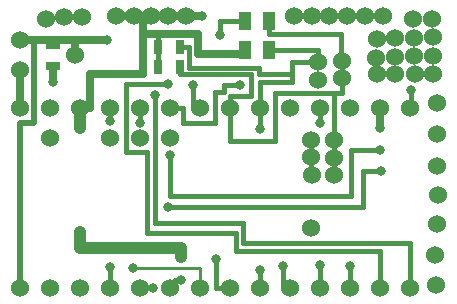
<source format=gbr>
%FSLAX35Y35*%
%MOIN*%
G04 EasyPC Gerber Version 18.0.8 Build 3632 *
%ADD18R,0.03150X0.04724*%
%ADD16R,0.03937X0.05906*%
%ADD17R,0.03937X0.06102*%
%ADD20C,0.01000*%
%ADD71C,0.01500*%
%ADD24C,0.01969*%
%ADD21C,0.02500*%
%ADD22C,0.03000*%
%ADD70C,0.03200*%
%ADD23C,0.04000*%
%ADD14C,0.06000*%
%ADD15C,0.06000*%
%ADD19R,0.04724X0.03150*%
X0Y0D02*
D02*
D14*
X5758Y76541D03*
Y86541D03*
X14494Y93780D03*
X20485Y94154D03*
X24104Y81799D03*
X26475Y94154D03*
X37832Y94654D03*
X43698D03*
X49439D03*
X54930D03*
X60921D03*
X97114D03*
X102855Y23890D03*
Y47603D03*
Y53469D03*
X103104Y41737D03*
Y94778D03*
X104976Y79428D03*
X105101Y73312D03*
X108845Y94778D03*
X110343Y41737D03*
Y47478D03*
Y53469D03*
X113089Y73936D03*
X113213Y79802D03*
X114586Y94778D03*
X120577Y94654D03*
X124446Y80800D03*
X124570Y86916D03*
X124695Y75309D03*
X126567Y94654D03*
X130686Y75309D03*
Y87165D03*
X130811Y81050D03*
X136801Y93530D03*
X136926Y87290D03*
X137051Y81300D03*
X137300Y75309D03*
X143041Y93530D03*
X143291Y75184D03*
Y81424D03*
Y87540D03*
X144165Y14904D03*
X144414Y4920D03*
X144789Y25388D03*
Y44483D03*
Y55216D03*
Y65574D03*
X144913Y34873D03*
D02*
D15*
X5697Y4069D03*
Y64069D03*
X15697Y4069D03*
Y54069D03*
Y64069D03*
X25697Y4069D03*
Y64069D03*
X35697Y4069D03*
Y54069D03*
Y64069D03*
X45697Y4069D03*
Y54069D03*
Y64069D03*
X55697Y4069D03*
Y54069D03*
Y64069D03*
X65697Y4069D03*
Y64069D03*
X75697Y4069D03*
Y64069D03*
X85697Y4069D03*
Y64069D03*
X95697Y4069D03*
Y64069D03*
X105697Y4069D03*
Y64069D03*
X115697Y4069D03*
Y64069D03*
X125697Y4069D03*
Y64069D03*
X135697Y4069D03*
Y64069D03*
D02*
D16*
X88627Y83296D03*
Y93139D03*
D02*
D17*
X80753Y83296D03*
Y93139D03*
D02*
D18*
X51886Y77805D03*
Y84420D03*
X58973Y77805D03*
Y84420D03*
D02*
D19*
X16616Y78006D03*
Y85093D03*
D02*
D70*
X16865Y72563D03*
X25697Y57213D03*
X25750Y22587D03*
X34837Y86541D03*
X35697Y11035D03*
Y59584D03*
X43562Y10661D03*
X45697Y59085D03*
X49938Y4069D03*
X50687Y68445D03*
X54930Y30879D03*
X55079Y72133D03*
X55804Y48352D03*
X59423Y6543D03*
X63292Y71815D03*
X66412Y94654D03*
X70929Y13726D03*
X72403Y88289D03*
X79017Y71815D03*
X85632Y9912D03*
X85697Y56838D03*
X93494Y11285D03*
X105697Y11659D03*
X105850Y58835D03*
X115697Y11410D03*
X125569Y50099D03*
X125697Y57213D03*
X126068Y43110D03*
X136052Y70067D03*
D02*
D71*
X29096Y64069D02*
X25697D01*
X35697Y4069D02*
Y11035D01*
Y64069D02*
Y59584D01*
X45697Y4069D02*
X49938D01*
X45697Y64069D02*
Y59085D01*
X50687Y68445D02*
Y25513D01*
X80141*
Y18898*
X109344*
Y19023*
X135678*
X135697Y11535*
Y4069*
X51886Y77805D02*
Y84420D01*
Y88788*
X54431*
X54930Y30879D02*
X120202D01*
Y43110*
X126068*
X55697Y4069D02*
X57551D01*
Y6543*
X59423*
X55804Y48352D02*
Y34623D01*
X116084*
Y50099*
X125569*
X63292Y71815D02*
X63542D01*
Y64069*
X65697*
X70929Y13726D02*
Y4069D01*
X75697*
Y64069D02*
Y52969D01*
X90874*
Y68819*
X110468*
X75697Y64069D02*
Y68140D01*
X82761*
Y75184*
X58973*
Y77805*
X79017Y71815D02*
X73697D01*
Y69473*
X70697*
Y58973*
X60197*
Y64069*
X55697*
X80753Y83296D02*
Y81924D01*
Y93139D02*
X72278D01*
Y88289*
X72403*
X85697Y4069D02*
Y9912D01*
X85632*
X85697Y64069D02*
Y56838D01*
Y64069D02*
Y72813D01*
X96490*
Y75184*
X88627Y83296D02*
X104976D01*
Y79428*
X88627Y93139D02*
Y88663D01*
X112839*
Y79802*
X113213*
X95697Y4069D02*
Y3922D01*
X93494*
Y11285*
X96490Y75184D02*
X85382D01*
Y77431*
X62169*
Y84420*
X58973*
X102855Y53469D02*
Y41737D01*
X103104*
X104976Y79428D02*
X96490D01*
Y75184*
X105697Y4069D02*
Y11659D01*
Y64069D02*
Y64077D01*
X105850*
Y58835*
X110468Y68819D02*
Y41737D01*
X110343*
X110468Y68819D02*
X113089D01*
Y73936*
Y79802*
X113213*
X115697Y4069D02*
Y11410D01*
X125697Y4069D02*
Y16277D01*
X111965*
Y16152*
X77644*
Y22268*
X47941*
Y49225*
X40952*
Y72133*
X55079*
X135697Y64069D02*
Y66323D01*
X136052*
Y70067*
D02*
D20*
X43562Y10661D02*
X65697D01*
Y4069*
D02*
D21*
X5758Y76541D02*
Y72298D01*
X5697*
Y64069*
X5758Y86541D02*
X10376D01*
X24104*
X16865Y72563D02*
X16616D01*
Y78006*
X24104Y81799D02*
Y86541D01*
X34837*
X43698Y94654D02*
X37832D01*
X46818Y88788D02*
Y94654D01*
X60921*
X46818Y88788D02*
Y75309D01*
X29096*
Y64069*
X54431Y88788D02*
X46818D01*
X60921Y94654D02*
X66412D01*
X80753Y81924D02*
X65164D01*
Y88788*
X54431*
X125697Y64069D02*
Y57213D01*
D02*
D22*
X59322Y14225D03*
D02*
D23*
X25697Y64069D02*
Y57213D01*
X25750Y22587D02*
Y17151D01*
X59322*
Y14225*
D02*
D24*
X10376Y86541D02*
Y58960D01*
X5697*
Y4069*
X0Y0D02*
M02*

</source>
